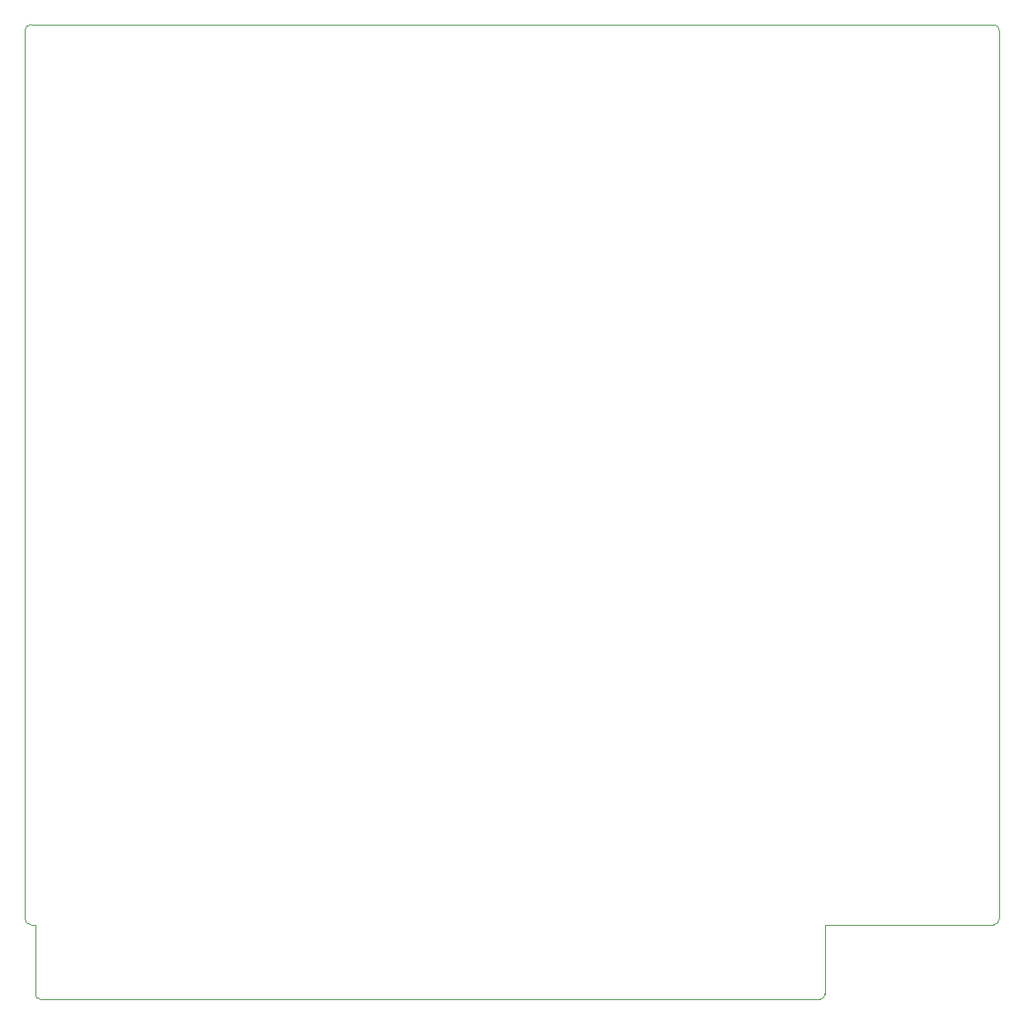
<source format=gbr>
G04 #@! TF.GenerationSoftware,KiCad,Pcbnew,7.0.7*
G04 #@! TF.CreationDate,2023-09-23T19:41:28-04:00*
G04 #@! TF.ProjectId,2 - CPU and core components (Rev 3),32202d20-4350-4552-9061-6e6420636f72,rev?*
G04 #@! TF.SameCoordinates,Original*
G04 #@! TF.FileFunction,Profile,NP*
%FSLAX46Y46*%
G04 Gerber Fmt 4.6, Leading zero omitted, Abs format (unit mm)*
G04 Created by KiCad (PCBNEW 7.0.7) date 2023-09-23 19:41:28*
%MOMM*%
%LPD*%
G01*
G04 APERTURE LIST*
G04 #@! TA.AperFunction,Profile*
%ADD10C,0.100000*%
G04 #@! TD*
G04 APERTURE END LIST*
D10*
X199713053Y-151067553D02*
X119703053Y-151067553D01*
X118128347Y-142812553D02*
G75*
G03*
X118763253Y-143447553I634953J-47D01*
G01*
X217493053Y-143447553D02*
G75*
G03*
X218128053Y-142812553I47J634953D01*
G01*
X199713053Y-151067553D02*
G75*
G03*
X200221053Y-150559553I47J507953D01*
G01*
X119195053Y-143447553D02*
X118763253Y-143447553D01*
X118763253Y-51067753D02*
G75*
G03*
X118128253Y-51702753I47J-635047D01*
G01*
X217493053Y-143447553D02*
X200221053Y-143447553D01*
X118128253Y-142812553D02*
X118128253Y-51702753D01*
X119195053Y-150559553D02*
X119195053Y-143447553D01*
X200221053Y-143447553D02*
X200221053Y-150559553D01*
X218128147Y-51702753D02*
G75*
G03*
X217493053Y-51067753I-635047J-47D01*
G01*
X218128053Y-51702753D02*
X218128053Y-142812553D01*
X119195147Y-150559553D02*
G75*
G03*
X119703053Y-151067553I507953J-47D01*
G01*
X118763253Y-51067753D02*
X217493053Y-51067753D01*
M02*

</source>
